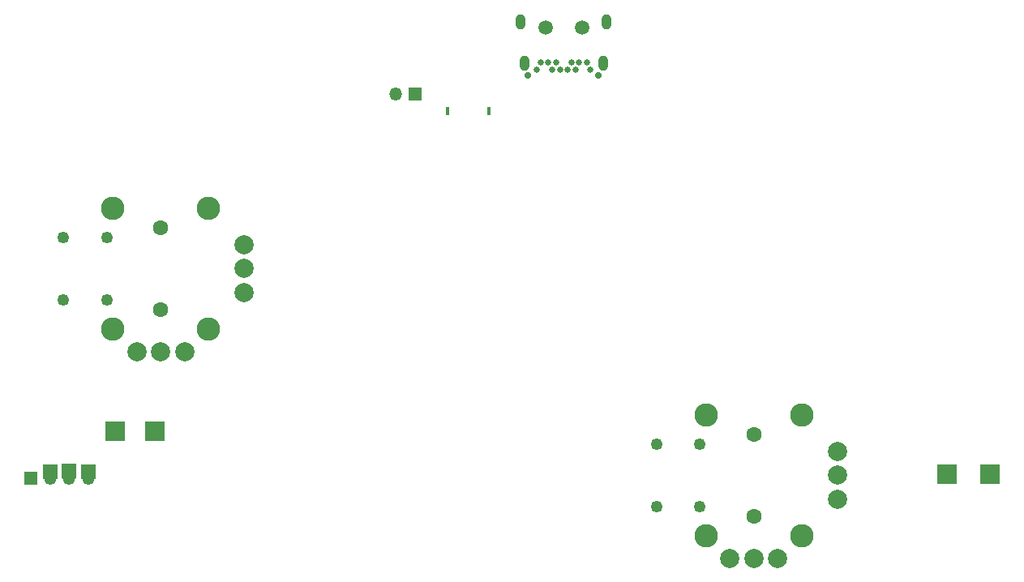
<source format=gbr>
G04 #@! TF.GenerationSoftware,KiCad,Pcbnew,8.0.2*
G04 #@! TF.CreationDate,2024-07-13T20:33:14-07:00*
G04 #@! TF.ProjectId,procon_gcc_main_pcb,70726f63-6f6e-45f6-9763-635f6d61696e,1*
G04 #@! TF.SameCoordinates,Original*
G04 #@! TF.FileFunction,Soldermask,Bot*
G04 #@! TF.FilePolarity,Negative*
%FSLAX46Y46*%
G04 Gerber Fmt 4.6, Leading zero omitted, Abs format (unit mm)*
G04 Created by KiCad (PCBNEW 8.0.2) date 2024-07-13 20:33:14*
%MOMM*%
%LPD*%
G01*
G04 APERTURE LIST*
%ADD10O,0.400000X0.900000*%
%ADD11R,2.000000X2.000000*%
%ADD12R,1.350000X1.350000*%
%ADD13O,1.350000X1.350000*%
%ADD14C,2.450000*%
%ADD15C,1.600000*%
%ADD16C,1.250000*%
%ADD17C,2.000000*%
%ADD18C,0.700000*%
%ADD19C,0.650000*%
%ADD20O,1.000000X1.600000*%
%ADD21C,1.500000*%
%ADD22R,1.500000X1.500000*%
G04 APERTURE END LIST*
D10*
X126333519Y-101965000D03*
X130633519Y-101965000D03*
D11*
X178480000Y-139910000D03*
X91623896Y-135440000D03*
D12*
X82810000Y-140310000D03*
D13*
X84810000Y-140310000D03*
X86810000Y-140310000D03*
X88810000Y-140310000D03*
D14*
X153320200Y-133697000D03*
X153320200Y-146347000D03*
D15*
X158320200Y-135722000D03*
X158320200Y-144322000D03*
D14*
X163320200Y-133697000D03*
X163320200Y-146347000D03*
D16*
X152670200Y-136772000D03*
X152670200Y-143272000D03*
X148170200Y-136772000D03*
X148170200Y-143272000D03*
D17*
X155820200Y-148722000D03*
X158320200Y-148722000D03*
X160820200Y-148722000D03*
X167020200Y-142522000D03*
X167020200Y-140022000D03*
X167020200Y-137522000D03*
D12*
X122920000Y-100228400D03*
D13*
X120920000Y-100228400D03*
D18*
X142060000Y-98275000D03*
X134710000Y-98275000D03*
D19*
X135660000Y-97625000D03*
X136060000Y-96925000D03*
X136860000Y-96925000D03*
X137260000Y-97625000D03*
X137660000Y-96925000D03*
X138060000Y-97625000D03*
X138860000Y-97625000D03*
X139260000Y-96925000D03*
X139660000Y-97625000D03*
X140060000Y-96925000D03*
X140860000Y-96925000D03*
X141260000Y-97625000D03*
D20*
X142950000Y-92635000D03*
X142590000Y-97025000D03*
X134330000Y-97025000D03*
X133970000Y-92635000D03*
D14*
X91377000Y-112107600D03*
X91377000Y-124757600D03*
D15*
X96377000Y-114132600D03*
X96377000Y-122732600D03*
D14*
X101377000Y-112107600D03*
X101377000Y-124757600D03*
D16*
X90727000Y-115182600D03*
X90727000Y-121682600D03*
X86227000Y-115182600D03*
X86227000Y-121682600D03*
D17*
X93877000Y-127132600D03*
X96377000Y-127132600D03*
X98877000Y-127132600D03*
X105077000Y-120932600D03*
X105077000Y-118432600D03*
X105077000Y-115932600D03*
D11*
X95740000Y-135410000D03*
X182980000Y-139910000D03*
D21*
X136575800Y-93294200D03*
X140360400Y-93294200D03*
D22*
X88810600Y-139627400D03*
X86810600Y-139602400D03*
X84810600Y-139627400D03*
M02*

</source>
